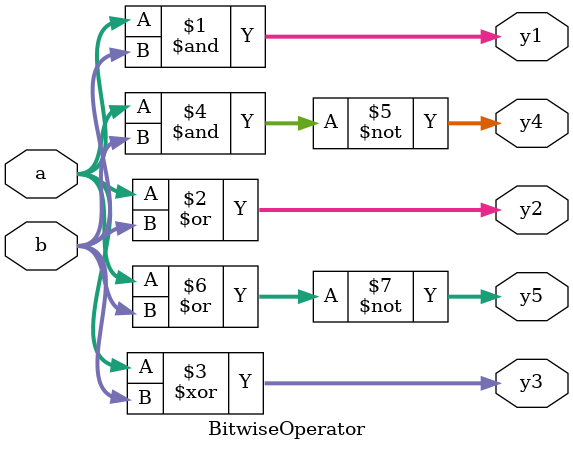
<source format=v>
module BitwiseOperator (input [3:0] a, b, output  [3:0] y1, y2 , y3 , y4 , y5);
  
  assign y1 = a & b ;
  assign y2 = a | b ;
  assign y3 = a ^ b ;
  assign y4 = ~ ( a & b ) ;
  assign y5 = ~ ( a | b) ;
  
endmodule

</source>
